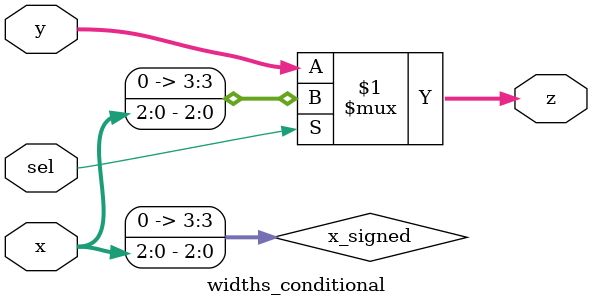
<source format=sv>


module widths_conditional (
    input  wire        sel,
    input  wire [3:0]  x,
    input  wire signed [3:0] y,
    output wire signed [3:0] z
);
    // If sel=1, zero‐extend x into 4‐bit signed; else use y
    wire signed [3:0] x_signed = $signed({1'b0, x[2:0]});
    assign z = sel ? x_signed : y;
endmodule

</source>
